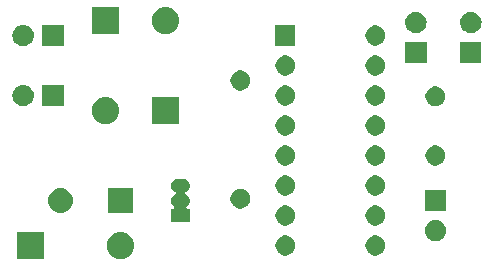
<source format=gbr>
G04 #@! TF.GenerationSoftware,KiCad,Pcbnew,6.0.0-rc1-unknown-7c960aa~66~ubuntu18.04.1*
G04 #@! TF.CreationDate,2018-10-18T20:47:30-04:00*
G04 #@! TF.ProjectId,Tach Circuit,5461636820436972637569742E6B6963,rev?*
G04 #@! TF.SameCoordinates,Original*
G04 #@! TF.FileFunction,Soldermask,Bot*
G04 #@! TF.FilePolarity,Negative*
%FSLAX46Y46*%
G04 Gerber Fmt 4.6, Leading zero omitted, Abs format (unit mm)*
G04 Created by KiCad (PCBNEW 6.0.0-rc1-unknown-7c960aa~66~ubuntu18.04.1) date Thu 18 Oct 2018 08:47:30 PM EDT*
%MOMM*%
%LPD*%
G01*
G04 APERTURE LIST*
%ADD10C,0.100000*%
G04 APERTURE END LIST*
D10*
G36*
X134744180Y86234338D02*
X134845635Y86224346D01*
X135062600Y86158530D01*
X135062602Y86158529D01*
X135062605Y86158528D01*
X135262556Y86051653D01*
X135437818Y85907818D01*
X135581653Y85732556D01*
X135688528Y85532605D01*
X135688529Y85532602D01*
X135688530Y85532600D01*
X135754346Y85315635D01*
X135776569Y85090000D01*
X135754346Y84864365D01*
X135747492Y84841772D01*
X135688528Y84647395D01*
X135581653Y84447444D01*
X135437818Y84272182D01*
X135262556Y84128347D01*
X135062605Y84021472D01*
X135062602Y84021471D01*
X135062600Y84021470D01*
X134845635Y83955654D01*
X134744180Y83945662D01*
X134676545Y83939000D01*
X134563455Y83939000D01*
X134495820Y83945662D01*
X134394365Y83955654D01*
X134177400Y84021470D01*
X134177398Y84021471D01*
X134177395Y84021472D01*
X133977444Y84128347D01*
X133802182Y84272182D01*
X133658347Y84447444D01*
X133551472Y84647395D01*
X133492508Y84841772D01*
X133485654Y84864365D01*
X133463431Y85090000D01*
X133485654Y85315635D01*
X133551470Y85532600D01*
X133551471Y85532602D01*
X133551472Y85532605D01*
X133658347Y85732556D01*
X133802182Y85907818D01*
X133977444Y86051653D01*
X134177395Y86158528D01*
X134177398Y86158529D01*
X134177400Y86158530D01*
X134394365Y86224346D01*
X134495820Y86234338D01*
X134563455Y86241000D01*
X134676545Y86241000D01*
X134744180Y86234338D01*
X134744180Y86234338D01*
G37*
G36*
X128151000Y83939000D02*
X125849000Y83939000D01*
X125849000Y86241000D01*
X128151000Y86241000D01*
X128151000Y83939000D01*
X128151000Y83939000D01*
G37*
G36*
X156458228Y85908297D02*
X156613100Y85844147D01*
X156752481Y85751015D01*
X156871015Y85632481D01*
X156964147Y85493100D01*
X157028297Y85338228D01*
X157061000Y85173816D01*
X157061000Y85006184D01*
X157028297Y84841772D01*
X156964147Y84686900D01*
X156871015Y84547519D01*
X156752481Y84428985D01*
X156613100Y84335853D01*
X156458228Y84271703D01*
X156293816Y84239000D01*
X156126184Y84239000D01*
X155961772Y84271703D01*
X155806900Y84335853D01*
X155667519Y84428985D01*
X155548985Y84547519D01*
X155455853Y84686900D01*
X155391703Y84841772D01*
X155359000Y85006184D01*
X155359000Y85173816D01*
X155391703Y85338228D01*
X155455853Y85493100D01*
X155548985Y85632481D01*
X155667519Y85751015D01*
X155806900Y85844147D01*
X155961772Y85908297D01*
X156126184Y85941000D01*
X156293816Y85941000D01*
X156458228Y85908297D01*
X156458228Y85908297D01*
G37*
G36*
X148838228Y85908297D02*
X148993100Y85844147D01*
X149132481Y85751015D01*
X149251015Y85632481D01*
X149344147Y85493100D01*
X149408297Y85338228D01*
X149441000Y85173816D01*
X149441000Y85006184D01*
X149408297Y84841772D01*
X149344147Y84686900D01*
X149251015Y84547519D01*
X149132481Y84428985D01*
X148993100Y84335853D01*
X148838228Y84271703D01*
X148673816Y84239000D01*
X148506184Y84239000D01*
X148341772Y84271703D01*
X148186900Y84335853D01*
X148047519Y84428985D01*
X147928985Y84547519D01*
X147835853Y84686900D01*
X147771703Y84841772D01*
X147739000Y85006184D01*
X147739000Y85173816D01*
X147771703Y85338228D01*
X147835853Y85493100D01*
X147928985Y85632481D01*
X148047519Y85751015D01*
X148186900Y85844147D01*
X148341772Y85908297D01*
X148506184Y85941000D01*
X148673816Y85941000D01*
X148838228Y85908297D01*
X148838228Y85908297D01*
G37*
G36*
X161400442Y87254482D02*
X161466627Y87247963D01*
X161579853Y87213616D01*
X161636467Y87196443D01*
X161775087Y87122348D01*
X161792991Y87112778D01*
X161823769Y87087519D01*
X161930186Y87000186D01*
X162013448Y86898729D01*
X162042778Y86862991D01*
X162042779Y86862989D01*
X162126443Y86706467D01*
X162126443Y86706466D01*
X162177963Y86536627D01*
X162195359Y86360000D01*
X162177963Y86183373D01*
X162170426Y86158528D01*
X162126443Y86013533D01*
X162070192Y85908297D01*
X162042778Y85857009D01*
X162013448Y85821271D01*
X161930186Y85719814D01*
X161828729Y85636552D01*
X161792991Y85607222D01*
X161792989Y85607221D01*
X161636467Y85523557D01*
X161579853Y85506384D01*
X161466627Y85472037D01*
X161400442Y85465518D01*
X161334260Y85459000D01*
X161245740Y85459000D01*
X161179558Y85465518D01*
X161113373Y85472037D01*
X161000147Y85506384D01*
X160943533Y85523557D01*
X160787011Y85607221D01*
X160787009Y85607222D01*
X160751271Y85636552D01*
X160649814Y85719814D01*
X160566552Y85821271D01*
X160537222Y85857009D01*
X160509808Y85908297D01*
X160453557Y86013533D01*
X160409574Y86158528D01*
X160402037Y86183373D01*
X160384641Y86360000D01*
X160402037Y86536627D01*
X160453557Y86706466D01*
X160453557Y86706467D01*
X160537221Y86862989D01*
X160537222Y86862991D01*
X160566552Y86898729D01*
X160649814Y87000186D01*
X160756231Y87087519D01*
X160787009Y87112778D01*
X160804913Y87122348D01*
X160943533Y87196443D01*
X161000147Y87213616D01*
X161113373Y87247963D01*
X161179558Y87254482D01*
X161245740Y87261000D01*
X161334260Y87261000D01*
X161400442Y87254482D01*
X161400442Y87254482D01*
G37*
G36*
X156458228Y88448297D02*
X156613100Y88384147D01*
X156752481Y88291015D01*
X156871015Y88172481D01*
X156964147Y88033100D01*
X157028297Y87878228D01*
X157061000Y87713816D01*
X157061000Y87546184D01*
X157028297Y87381772D01*
X156964147Y87226900D01*
X156871015Y87087519D01*
X156752481Y86968985D01*
X156613100Y86875853D01*
X156458228Y86811703D01*
X156293816Y86779000D01*
X156126184Y86779000D01*
X155961772Y86811703D01*
X155806900Y86875853D01*
X155667519Y86968985D01*
X155548985Y87087519D01*
X155455853Y87226900D01*
X155391703Y87381772D01*
X155359000Y87546184D01*
X155359000Y87713816D01*
X155391703Y87878228D01*
X155455853Y88033100D01*
X155548985Y88172481D01*
X155667519Y88291015D01*
X155806900Y88384147D01*
X155961772Y88448297D01*
X156126184Y88481000D01*
X156293816Y88481000D01*
X156458228Y88448297D01*
X156458228Y88448297D01*
G37*
G36*
X148838228Y88448297D02*
X148993100Y88384147D01*
X149132481Y88291015D01*
X149251015Y88172481D01*
X149344147Y88033100D01*
X149408297Y87878228D01*
X149441000Y87713816D01*
X149441000Y87546184D01*
X149408297Y87381772D01*
X149344147Y87226900D01*
X149251015Y87087519D01*
X149132481Y86968985D01*
X148993100Y86875853D01*
X148838228Y86811703D01*
X148673816Y86779000D01*
X148506184Y86779000D01*
X148341772Y86811703D01*
X148186900Y86875853D01*
X148047519Y86968985D01*
X147928985Y87087519D01*
X147835853Y87226900D01*
X147771703Y87381772D01*
X147739000Y87546184D01*
X147739000Y87713816D01*
X147771703Y87878228D01*
X147835853Y88033100D01*
X147928985Y88172481D01*
X148047519Y88291015D01*
X148186900Y88384147D01*
X148341772Y88448297D01*
X148506184Y88481000D01*
X148673816Y88481000D01*
X148838228Y88448297D01*
X148838228Y88448297D01*
G37*
G36*
X140037916Y90737666D02*
X140146492Y90704729D01*
X140246557Y90651244D01*
X140334264Y90579264D01*
X140406244Y90491557D01*
X140459729Y90391492D01*
X140492666Y90282916D01*
X140503787Y90170000D01*
X140492666Y90057084D01*
X140459729Y89948508D01*
X140420810Y89875695D01*
X140406244Y89848443D01*
X140334264Y89760736D01*
X140246557Y89688756D01*
X140165143Y89645240D01*
X140144768Y89631627D01*
X140127441Y89614299D01*
X140113827Y89593925D01*
X140104450Y89571286D01*
X140099669Y89547253D01*
X140099669Y89522748D01*
X140104449Y89498715D01*
X140113827Y89476076D01*
X140127440Y89455701D01*
X140144768Y89438374D01*
X140165143Y89424760D01*
X140246557Y89381244D01*
X140334264Y89309264D01*
X140406244Y89221557D01*
X140459729Y89121492D01*
X140492666Y89012916D01*
X140503787Y88900000D01*
X140492666Y88787084D01*
X140459729Y88678508D01*
X140459726Y88678503D01*
X140406244Y88578443D01*
X140334264Y88490736D01*
X140257365Y88427626D01*
X140240038Y88410299D01*
X140226424Y88389924D01*
X140217046Y88367285D01*
X140212266Y88343252D01*
X140212266Y88318748D01*
X140217047Y88294714D01*
X140226424Y88272075D01*
X140240038Y88251701D01*
X140257365Y88234374D01*
X140277740Y88220760D01*
X140300379Y88211382D01*
X140336664Y88206000D01*
X140501000Y88206000D01*
X140501000Y87054000D01*
X138899000Y87054000D01*
X138899000Y88206000D01*
X139063336Y88206000D01*
X139087722Y88208402D01*
X139111171Y88215515D01*
X139132782Y88227066D01*
X139151724Y88242612D01*
X139167270Y88261554D01*
X139178821Y88283165D01*
X139185934Y88306614D01*
X139188336Y88331000D01*
X139185934Y88355386D01*
X139178821Y88378835D01*
X139167270Y88400446D01*
X139142635Y88427626D01*
X139065736Y88490736D01*
X138993756Y88578443D01*
X138940274Y88678503D01*
X138940271Y88678508D01*
X138907334Y88787084D01*
X138896213Y88900000D01*
X138907334Y89012916D01*
X138940271Y89121492D01*
X138993756Y89221557D01*
X139065736Y89309264D01*
X139153443Y89381244D01*
X139234857Y89424760D01*
X139255232Y89438373D01*
X139272559Y89455701D01*
X139286173Y89476075D01*
X139295550Y89498714D01*
X139300331Y89522747D01*
X139300331Y89547252D01*
X139295551Y89571285D01*
X139286173Y89593924D01*
X139272560Y89614299D01*
X139255232Y89631626D01*
X139234857Y89645240D01*
X139153443Y89688756D01*
X139065736Y89760736D01*
X138993756Y89848443D01*
X138979190Y89875695D01*
X138940271Y89948508D01*
X138907334Y90057084D01*
X138896213Y90170000D01*
X138907334Y90282916D01*
X138940271Y90391492D01*
X138993756Y90491557D01*
X139065736Y90579264D01*
X139153443Y90651244D01*
X139253508Y90704729D01*
X139362084Y90737666D01*
X139446702Y90746000D01*
X139953298Y90746000D01*
X140037916Y90737666D01*
X140037916Y90737666D01*
G37*
G36*
X129616932Y89948508D02*
X129746032Y89935793D01*
X129944146Y89875695D01*
X130126729Y89778103D01*
X130286765Y89646765D01*
X130418103Y89486729D01*
X130515695Y89304146D01*
X130575793Y89106032D01*
X130596085Y88900000D01*
X130575793Y88693968D01*
X130515695Y88495854D01*
X130418103Y88313271D01*
X130286765Y88153235D01*
X130126729Y88021897D01*
X129944146Y87924305D01*
X129746032Y87864207D01*
X129622510Y87852041D01*
X129591631Y87849000D01*
X129488369Y87849000D01*
X129457490Y87852041D01*
X129333968Y87864207D01*
X129135854Y87924305D01*
X128953271Y88021897D01*
X128793235Y88153235D01*
X128661897Y88313271D01*
X128564305Y88495854D01*
X128504207Y88693968D01*
X128483915Y88900000D01*
X128504207Y89106032D01*
X128564305Y89304146D01*
X128661897Y89486729D01*
X128793235Y89646765D01*
X128953271Y89778103D01*
X129135854Y89875695D01*
X129333968Y89935793D01*
X129463068Y89948508D01*
X129488369Y89951000D01*
X129591631Y89951000D01*
X129616932Y89948508D01*
X129616932Y89948508D01*
G37*
G36*
X135671000Y87849000D02*
X133569000Y87849000D01*
X133569000Y89951000D01*
X135671000Y89951000D01*
X135671000Y87849000D01*
X135671000Y87849000D01*
G37*
G36*
X162191000Y87999000D02*
X160389000Y87999000D01*
X160389000Y89801000D01*
X162191000Y89801000D01*
X162191000Y87999000D01*
X162191000Y87999000D01*
G37*
G36*
X145028228Y89878297D02*
X145183100Y89814147D01*
X145322481Y89721015D01*
X145441015Y89602481D01*
X145534147Y89463100D01*
X145598297Y89308228D01*
X145631000Y89143816D01*
X145631000Y88976184D01*
X145598297Y88811772D01*
X145534147Y88656900D01*
X145441015Y88517519D01*
X145322481Y88398985D01*
X145183100Y88305853D01*
X145028228Y88241703D01*
X144863816Y88209000D01*
X144696184Y88209000D01*
X144531772Y88241703D01*
X144376900Y88305853D01*
X144237519Y88398985D01*
X144118985Y88517519D01*
X144025853Y88656900D01*
X143961703Y88811772D01*
X143929000Y88976184D01*
X143929000Y89143816D01*
X143961703Y89308228D01*
X144025853Y89463100D01*
X144118985Y89602481D01*
X144237519Y89721015D01*
X144376900Y89814147D01*
X144531772Y89878297D01*
X144696184Y89911000D01*
X144863816Y89911000D01*
X145028228Y89878297D01*
X145028228Y89878297D01*
G37*
G36*
X156458228Y90988297D02*
X156613100Y90924147D01*
X156752481Y90831015D01*
X156871015Y90712481D01*
X156964147Y90573100D01*
X157028297Y90418228D01*
X157061000Y90253816D01*
X157061000Y90086184D01*
X157028297Y89921772D01*
X156964147Y89766900D01*
X156871015Y89627519D01*
X156752481Y89508985D01*
X156613100Y89415853D01*
X156458228Y89351703D01*
X156293816Y89319000D01*
X156126184Y89319000D01*
X155961772Y89351703D01*
X155806900Y89415853D01*
X155667519Y89508985D01*
X155548985Y89627519D01*
X155455853Y89766900D01*
X155391703Y89921772D01*
X155359000Y90086184D01*
X155359000Y90253816D01*
X155391703Y90418228D01*
X155455853Y90573100D01*
X155548985Y90712481D01*
X155667519Y90831015D01*
X155806900Y90924147D01*
X155961772Y90988297D01*
X156126184Y91021000D01*
X156293816Y91021000D01*
X156458228Y90988297D01*
X156458228Y90988297D01*
G37*
G36*
X148838228Y90988297D02*
X148993100Y90924147D01*
X149132481Y90831015D01*
X149251015Y90712481D01*
X149344147Y90573100D01*
X149408297Y90418228D01*
X149441000Y90253816D01*
X149441000Y90086184D01*
X149408297Y89921772D01*
X149344147Y89766900D01*
X149251015Y89627519D01*
X149132481Y89508985D01*
X148993100Y89415853D01*
X148838228Y89351703D01*
X148673816Y89319000D01*
X148506184Y89319000D01*
X148341772Y89351703D01*
X148186900Y89415853D01*
X148047519Y89508985D01*
X147928985Y89627519D01*
X147835853Y89766900D01*
X147771703Y89921772D01*
X147739000Y90086184D01*
X147739000Y90253816D01*
X147771703Y90418228D01*
X147835853Y90573100D01*
X147928985Y90712481D01*
X148047519Y90831015D01*
X148186900Y90924147D01*
X148341772Y90988297D01*
X148506184Y91021000D01*
X148673816Y91021000D01*
X148838228Y90988297D01*
X148838228Y90988297D01*
G37*
G36*
X148838228Y93528297D02*
X148993100Y93464147D01*
X149132481Y93371015D01*
X149251015Y93252481D01*
X149344147Y93113100D01*
X149408297Y92958228D01*
X149441000Y92793816D01*
X149441000Y92626184D01*
X149408297Y92461772D01*
X149344147Y92306900D01*
X149251015Y92167519D01*
X149132481Y92048985D01*
X148993100Y91955853D01*
X148838228Y91891703D01*
X148673816Y91859000D01*
X148506184Y91859000D01*
X148341772Y91891703D01*
X148186900Y91955853D01*
X148047519Y92048985D01*
X147928985Y92167519D01*
X147835853Y92306900D01*
X147771703Y92461772D01*
X147739000Y92626184D01*
X147739000Y92793816D01*
X147771703Y92958228D01*
X147835853Y93113100D01*
X147928985Y93252481D01*
X148047519Y93371015D01*
X148186900Y93464147D01*
X148341772Y93528297D01*
X148506184Y93561000D01*
X148673816Y93561000D01*
X148838228Y93528297D01*
X148838228Y93528297D01*
G37*
G36*
X161538228Y93528297D02*
X161693100Y93464147D01*
X161832481Y93371015D01*
X161951015Y93252481D01*
X162044147Y93113100D01*
X162108297Y92958228D01*
X162141000Y92793816D01*
X162141000Y92626184D01*
X162108297Y92461772D01*
X162044147Y92306900D01*
X161951015Y92167519D01*
X161832481Y92048985D01*
X161693100Y91955853D01*
X161538228Y91891703D01*
X161373816Y91859000D01*
X161206184Y91859000D01*
X161041772Y91891703D01*
X160886900Y91955853D01*
X160747519Y92048985D01*
X160628985Y92167519D01*
X160535853Y92306900D01*
X160471703Y92461772D01*
X160439000Y92626184D01*
X160439000Y92793816D01*
X160471703Y92958228D01*
X160535853Y93113100D01*
X160628985Y93252481D01*
X160747519Y93371015D01*
X160886900Y93464147D01*
X161041772Y93528297D01*
X161206184Y93561000D01*
X161373816Y93561000D01*
X161538228Y93528297D01*
X161538228Y93528297D01*
G37*
G36*
X156458228Y93528297D02*
X156613100Y93464147D01*
X156752481Y93371015D01*
X156871015Y93252481D01*
X156964147Y93113100D01*
X157028297Y92958228D01*
X157061000Y92793816D01*
X157061000Y92626184D01*
X157028297Y92461772D01*
X156964147Y92306900D01*
X156871015Y92167519D01*
X156752481Y92048985D01*
X156613100Y91955853D01*
X156458228Y91891703D01*
X156293816Y91859000D01*
X156126184Y91859000D01*
X155961772Y91891703D01*
X155806900Y91955853D01*
X155667519Y92048985D01*
X155548985Y92167519D01*
X155455853Y92306900D01*
X155391703Y92461772D01*
X155359000Y92626184D01*
X155359000Y92793816D01*
X155391703Y92958228D01*
X155455853Y93113100D01*
X155548985Y93252481D01*
X155667519Y93371015D01*
X155806900Y93464147D01*
X155961772Y93528297D01*
X156126184Y93561000D01*
X156293816Y93561000D01*
X156458228Y93528297D01*
X156458228Y93528297D01*
G37*
G36*
X148838228Y96068297D02*
X148993100Y96004147D01*
X149132481Y95911015D01*
X149251015Y95792481D01*
X149344147Y95653100D01*
X149408297Y95498228D01*
X149441000Y95333816D01*
X149441000Y95166184D01*
X149408297Y95001772D01*
X149344147Y94846900D01*
X149251015Y94707519D01*
X149132481Y94588985D01*
X148993100Y94495853D01*
X148838228Y94431703D01*
X148673816Y94399000D01*
X148506184Y94399000D01*
X148341772Y94431703D01*
X148186900Y94495853D01*
X148047519Y94588985D01*
X147928985Y94707519D01*
X147835853Y94846900D01*
X147771703Y95001772D01*
X147739000Y95166184D01*
X147739000Y95333816D01*
X147771703Y95498228D01*
X147835853Y95653100D01*
X147928985Y95792481D01*
X148047519Y95911015D01*
X148186900Y96004147D01*
X148341772Y96068297D01*
X148506184Y96101000D01*
X148673816Y96101000D01*
X148838228Y96068297D01*
X148838228Y96068297D01*
G37*
G36*
X156458228Y96068297D02*
X156613100Y96004147D01*
X156752481Y95911015D01*
X156871015Y95792481D01*
X156964147Y95653100D01*
X157028297Y95498228D01*
X157061000Y95333816D01*
X157061000Y95166184D01*
X157028297Y95001772D01*
X156964147Y94846900D01*
X156871015Y94707519D01*
X156752481Y94588985D01*
X156613100Y94495853D01*
X156458228Y94431703D01*
X156293816Y94399000D01*
X156126184Y94399000D01*
X155961772Y94431703D01*
X155806900Y94495853D01*
X155667519Y94588985D01*
X155548985Y94707519D01*
X155455853Y94846900D01*
X155391703Y95001772D01*
X155359000Y95166184D01*
X155359000Y95333816D01*
X155391703Y95498228D01*
X155455853Y95653100D01*
X155548985Y95792481D01*
X155667519Y95911015D01*
X155806900Y96004147D01*
X155961772Y96068297D01*
X156126184Y96101000D01*
X156293816Y96101000D01*
X156458228Y96068297D01*
X156458228Y96068297D01*
G37*
G36*
X139581000Y95369000D02*
X137279000Y95369000D01*
X137279000Y97671000D01*
X139581000Y97671000D01*
X139581000Y95369000D01*
X139581000Y95369000D01*
G37*
G36*
X133474180Y97664338D02*
X133575635Y97654346D01*
X133792600Y97588530D01*
X133792602Y97588529D01*
X133792605Y97588528D01*
X133992556Y97481653D01*
X134167818Y97337818D01*
X134311653Y97162556D01*
X134418528Y96962605D01*
X134418529Y96962602D01*
X134418530Y96962600D01*
X134484346Y96745635D01*
X134506569Y96520000D01*
X134484346Y96294365D01*
X134418530Y96077400D01*
X134418528Y96077395D01*
X134311653Y95877444D01*
X134167818Y95702182D01*
X133992556Y95558347D01*
X133792605Y95451472D01*
X133792602Y95451471D01*
X133792600Y95451470D01*
X133575635Y95385654D01*
X133474180Y95375662D01*
X133406545Y95369000D01*
X133293455Y95369000D01*
X133225820Y95375662D01*
X133124365Y95385654D01*
X132907400Y95451470D01*
X132907398Y95451471D01*
X132907395Y95451472D01*
X132707444Y95558347D01*
X132532182Y95702182D01*
X132388347Y95877444D01*
X132281472Y96077395D01*
X132281470Y96077400D01*
X132215654Y96294365D01*
X132193431Y96520000D01*
X132215654Y96745635D01*
X132281470Y96962600D01*
X132281471Y96962602D01*
X132281472Y96962605D01*
X132388347Y97162556D01*
X132532182Y97337818D01*
X132707444Y97481653D01*
X132907395Y97588528D01*
X132907398Y97588529D01*
X132907400Y97588530D01*
X133124365Y97654346D01*
X133225820Y97664338D01*
X133293455Y97671000D01*
X133406545Y97671000D01*
X133474180Y97664338D01*
X133474180Y97664338D01*
G37*
G36*
X161538228Y98528297D02*
X161693100Y98464147D01*
X161832481Y98371015D01*
X161951015Y98252481D01*
X162044147Y98113100D01*
X162108297Y97958228D01*
X162141000Y97793816D01*
X162141000Y97626184D01*
X162108297Y97461772D01*
X162044147Y97306900D01*
X161951015Y97167519D01*
X161832481Y97048985D01*
X161693100Y96955853D01*
X161538228Y96891703D01*
X161373816Y96859000D01*
X161206184Y96859000D01*
X161041772Y96891703D01*
X160886900Y96955853D01*
X160747519Y97048985D01*
X160628985Y97167519D01*
X160535853Y97306900D01*
X160471703Y97461772D01*
X160439000Y97626184D01*
X160439000Y97793816D01*
X160471703Y97958228D01*
X160535853Y98113100D01*
X160628985Y98252481D01*
X160747519Y98371015D01*
X160886900Y98464147D01*
X161041772Y98528297D01*
X161206184Y98561000D01*
X161373816Y98561000D01*
X161538228Y98528297D01*
X161538228Y98528297D01*
G37*
G36*
X126485503Y98684482D02*
X126551688Y98677963D01*
X126664914Y98643616D01*
X126721528Y98626443D01*
X126843961Y98561000D01*
X126878052Y98542778D01*
X126895697Y98528297D01*
X127015247Y98430186D01*
X127063807Y98371014D01*
X127127839Y98292991D01*
X127127840Y98292989D01*
X127211504Y98136467D01*
X127211504Y98136466D01*
X127263024Y97966627D01*
X127280420Y97790000D01*
X127263024Y97613373D01*
X127255487Y97588528D01*
X127211504Y97443533D01*
X127154997Y97337818D01*
X127127839Y97287009D01*
X127098509Y97251271D01*
X127015247Y97149814D01*
X126913790Y97066552D01*
X126878052Y97037222D01*
X126878050Y97037221D01*
X126721528Y96953557D01*
X126673539Y96939000D01*
X126551688Y96902037D01*
X126485503Y96895518D01*
X126419321Y96889000D01*
X126330801Y96889000D01*
X126264619Y96895518D01*
X126198434Y96902037D01*
X126076583Y96939000D01*
X126028594Y96953557D01*
X125872072Y97037221D01*
X125872070Y97037222D01*
X125836332Y97066552D01*
X125734875Y97149814D01*
X125651613Y97251271D01*
X125622283Y97287009D01*
X125595125Y97337818D01*
X125538618Y97443533D01*
X125494635Y97588528D01*
X125487098Y97613373D01*
X125469702Y97790000D01*
X125487098Y97966627D01*
X125538618Y98136466D01*
X125538618Y98136467D01*
X125622282Y98292989D01*
X125622283Y98292991D01*
X125686315Y98371014D01*
X125734875Y98430186D01*
X125854425Y98528297D01*
X125872070Y98542778D01*
X125906161Y98561000D01*
X126028594Y98626443D01*
X126085208Y98643616D01*
X126198434Y98677963D01*
X126264619Y98684482D01*
X126330801Y98691000D01*
X126419321Y98691000D01*
X126485503Y98684482D01*
X126485503Y98684482D01*
G37*
G36*
X129816061Y96889000D02*
X128014061Y96889000D01*
X128014061Y98691000D01*
X129816061Y98691000D01*
X129816061Y96889000D01*
X129816061Y96889000D01*
G37*
G36*
X156458228Y98608297D02*
X156613100Y98544147D01*
X156752481Y98451015D01*
X156871015Y98332481D01*
X156964147Y98193100D01*
X157028297Y98038228D01*
X157061000Y97873816D01*
X157061000Y97706184D01*
X157028297Y97541772D01*
X156964147Y97386900D01*
X156871015Y97247519D01*
X156752481Y97128985D01*
X156613100Y97035853D01*
X156458228Y96971703D01*
X156293816Y96939000D01*
X156126184Y96939000D01*
X155961772Y96971703D01*
X155806900Y97035853D01*
X155667519Y97128985D01*
X155548985Y97247519D01*
X155455853Y97386900D01*
X155391703Y97541772D01*
X155359000Y97706184D01*
X155359000Y97873816D01*
X155391703Y98038228D01*
X155455853Y98193100D01*
X155548985Y98332481D01*
X155667519Y98451015D01*
X155806900Y98544147D01*
X155961772Y98608297D01*
X156126184Y98641000D01*
X156293816Y98641000D01*
X156458228Y98608297D01*
X156458228Y98608297D01*
G37*
G36*
X148838228Y98608297D02*
X148993100Y98544147D01*
X149132481Y98451015D01*
X149251015Y98332481D01*
X149344147Y98193100D01*
X149408297Y98038228D01*
X149441000Y97873816D01*
X149441000Y97706184D01*
X149408297Y97541772D01*
X149344147Y97386900D01*
X149251015Y97247519D01*
X149132481Y97128985D01*
X148993100Y97035853D01*
X148838228Y96971703D01*
X148673816Y96939000D01*
X148506184Y96939000D01*
X148341772Y96971703D01*
X148186900Y97035853D01*
X148047519Y97128985D01*
X147928985Y97247519D01*
X147835853Y97386900D01*
X147771703Y97541772D01*
X147739000Y97706184D01*
X147739000Y97873816D01*
X147771703Y98038228D01*
X147835853Y98193100D01*
X147928985Y98332481D01*
X148047519Y98451015D01*
X148186900Y98544147D01*
X148341772Y98608297D01*
X148506184Y98641000D01*
X148673816Y98641000D01*
X148838228Y98608297D01*
X148838228Y98608297D01*
G37*
G36*
X145028228Y99878297D02*
X145183100Y99814147D01*
X145322481Y99721015D01*
X145441015Y99602481D01*
X145534147Y99463100D01*
X145598297Y99308228D01*
X145631000Y99143816D01*
X145631000Y98976184D01*
X145598297Y98811772D01*
X145534147Y98656900D01*
X145441015Y98517519D01*
X145322481Y98398985D01*
X145183100Y98305853D01*
X145028228Y98241703D01*
X144863816Y98209000D01*
X144696184Y98209000D01*
X144531772Y98241703D01*
X144376900Y98305853D01*
X144237519Y98398985D01*
X144118985Y98517519D01*
X144025853Y98656900D01*
X143961703Y98811772D01*
X143929000Y98976184D01*
X143929000Y99143816D01*
X143961703Y99308228D01*
X144025853Y99463100D01*
X144118985Y99602481D01*
X144237519Y99721015D01*
X144376900Y99814147D01*
X144531772Y99878297D01*
X144696184Y99911000D01*
X144863816Y99911000D01*
X145028228Y99878297D01*
X145028228Y99878297D01*
G37*
G36*
X148838228Y101148297D02*
X148993100Y101084147D01*
X149132481Y100991015D01*
X149251015Y100872481D01*
X149344147Y100733100D01*
X149408297Y100578228D01*
X149441000Y100413816D01*
X149441000Y100246184D01*
X149408297Y100081772D01*
X149344147Y99926900D01*
X149251015Y99787519D01*
X149132481Y99668985D01*
X148993100Y99575853D01*
X148838228Y99511703D01*
X148673816Y99479000D01*
X148506184Y99479000D01*
X148341772Y99511703D01*
X148186900Y99575853D01*
X148047519Y99668985D01*
X147928985Y99787519D01*
X147835853Y99926900D01*
X147771703Y100081772D01*
X147739000Y100246184D01*
X147739000Y100413816D01*
X147771703Y100578228D01*
X147835853Y100733100D01*
X147928985Y100872481D01*
X148047519Y100991015D01*
X148186900Y101084147D01*
X148341772Y101148297D01*
X148506184Y101181000D01*
X148673816Y101181000D01*
X148838228Y101148297D01*
X148838228Y101148297D01*
G37*
G36*
X156458228Y101148297D02*
X156613100Y101084147D01*
X156752481Y100991015D01*
X156871015Y100872481D01*
X156964147Y100733100D01*
X157028297Y100578228D01*
X157061000Y100413816D01*
X157061000Y100246184D01*
X157028297Y100081772D01*
X156964147Y99926900D01*
X156871015Y99787519D01*
X156752481Y99668985D01*
X156613100Y99575853D01*
X156458228Y99511703D01*
X156293816Y99479000D01*
X156126184Y99479000D01*
X155961772Y99511703D01*
X155806900Y99575853D01*
X155667519Y99668985D01*
X155548985Y99787519D01*
X155455853Y99926900D01*
X155391703Y100081772D01*
X155359000Y100246184D01*
X155359000Y100413816D01*
X155391703Y100578228D01*
X155455853Y100733100D01*
X155548985Y100872481D01*
X155667519Y100991015D01*
X155806900Y101084147D01*
X155961772Y101148297D01*
X156126184Y101181000D01*
X156293816Y101181000D01*
X156458228Y101148297D01*
X156458228Y101148297D01*
G37*
G36*
X165187385Y100532263D02*
X163385385Y100532263D01*
X163385385Y102334263D01*
X165187385Y102334263D01*
X165187385Y100532263D01*
X165187385Y100532263D01*
G37*
G36*
X160537385Y100532263D02*
X158735385Y100532263D01*
X158735385Y102334263D01*
X160537385Y102334263D01*
X160537385Y100532263D01*
X160537385Y100532263D01*
G37*
G36*
X129816061Y101969000D02*
X128014061Y101969000D01*
X128014061Y103771000D01*
X129816061Y103771000D01*
X129816061Y101969000D01*
X129816061Y101969000D01*
G37*
G36*
X126485504Y103764481D02*
X126551688Y103757963D01*
X126664914Y103723616D01*
X126721528Y103706443D01*
X126860148Y103632348D01*
X126878052Y103622778D01*
X126913790Y103593448D01*
X127015247Y103510186D01*
X127095430Y103412481D01*
X127127839Y103372991D01*
X127127840Y103372989D01*
X127211504Y103216467D01*
X127211504Y103216466D01*
X127263024Y103046627D01*
X127280420Y102870000D01*
X127263024Y102693373D01*
X127241304Y102621772D01*
X127211504Y102523533D01*
X127137409Y102384913D01*
X127127839Y102367009D01*
X127100965Y102334263D01*
X127015247Y102229814D01*
X126913790Y102146552D01*
X126878052Y102117222D01*
X126878050Y102117221D01*
X126721528Y102033557D01*
X126673539Y102019000D01*
X126551688Y101982037D01*
X126485503Y101975518D01*
X126419321Y101969000D01*
X126330801Y101969000D01*
X126264619Y101975518D01*
X126198434Y101982037D01*
X126076583Y102019000D01*
X126028594Y102033557D01*
X125872072Y102117221D01*
X125872070Y102117222D01*
X125836332Y102146552D01*
X125734875Y102229814D01*
X125649157Y102334263D01*
X125622283Y102367009D01*
X125612713Y102384913D01*
X125538618Y102523533D01*
X125508818Y102621772D01*
X125487098Y102693373D01*
X125469702Y102870000D01*
X125487098Y103046627D01*
X125538618Y103216466D01*
X125538618Y103216467D01*
X125622282Y103372989D01*
X125622283Y103372991D01*
X125654692Y103412481D01*
X125734875Y103510186D01*
X125836332Y103593448D01*
X125872070Y103622778D01*
X125889974Y103632348D01*
X126028594Y103706443D01*
X126085208Y103723616D01*
X126198434Y103757963D01*
X126264618Y103764481D01*
X126330801Y103771000D01*
X126419321Y103771000D01*
X126485504Y103764481D01*
X126485504Y103764481D01*
G37*
G36*
X156458228Y103688297D02*
X156613100Y103624147D01*
X156752481Y103531015D01*
X156871015Y103412481D01*
X156964147Y103273100D01*
X157028297Y103118228D01*
X157061000Y102953816D01*
X157061000Y102786184D01*
X157028297Y102621772D01*
X156964147Y102466900D01*
X156871015Y102327519D01*
X156752481Y102208985D01*
X156613100Y102115853D01*
X156458228Y102051703D01*
X156293816Y102019000D01*
X156126184Y102019000D01*
X155961772Y102051703D01*
X155806900Y102115853D01*
X155667519Y102208985D01*
X155548985Y102327519D01*
X155455853Y102466900D01*
X155391703Y102621772D01*
X155359000Y102786184D01*
X155359000Y102953816D01*
X155391703Y103118228D01*
X155455853Y103273100D01*
X155548985Y103412481D01*
X155667519Y103531015D01*
X155806900Y103624147D01*
X155961772Y103688297D01*
X156126184Y103721000D01*
X156293816Y103721000D01*
X156458228Y103688297D01*
X156458228Y103688297D01*
G37*
G36*
X149441000Y102019000D02*
X147739000Y102019000D01*
X147739000Y103721000D01*
X149441000Y103721000D01*
X149441000Y102019000D01*
X149441000Y102019000D01*
G37*
G36*
X134501000Y102989000D02*
X132199000Y102989000D01*
X132199000Y105291000D01*
X134501000Y105291000D01*
X134501000Y102989000D01*
X134501000Y102989000D01*
G37*
G36*
X138554180Y105284338D02*
X138655635Y105274346D01*
X138872600Y105208530D01*
X138872602Y105208529D01*
X138872605Y105208528D01*
X139072556Y105101653D01*
X139247818Y104957818D01*
X139391653Y104782556D01*
X139498528Y104582605D01*
X139498529Y104582602D01*
X139498530Y104582600D01*
X139564346Y104365635D01*
X139586569Y104140000D01*
X139564346Y103914365D01*
X139501273Y103706443D01*
X139498528Y103697395D01*
X139391653Y103497444D01*
X139247818Y103322182D01*
X139072556Y103178347D01*
X138872605Y103071472D01*
X138872602Y103071471D01*
X138872600Y103071470D01*
X138655635Y103005654D01*
X138554180Y102995662D01*
X138486545Y102989000D01*
X138373455Y102989000D01*
X138305820Y102995662D01*
X138204365Y103005654D01*
X137987400Y103071470D01*
X137987398Y103071471D01*
X137987395Y103071472D01*
X137787444Y103178347D01*
X137612182Y103322182D01*
X137468347Y103497444D01*
X137361472Y103697395D01*
X137358727Y103706443D01*
X137295654Y103914365D01*
X137273431Y104140000D01*
X137295654Y104365635D01*
X137361470Y104582600D01*
X137361471Y104582602D01*
X137361472Y104582605D01*
X137468347Y104782556D01*
X137612182Y104957818D01*
X137787444Y105101653D01*
X137987395Y105208528D01*
X137987398Y105208529D01*
X137987400Y105208530D01*
X138204365Y105274346D01*
X138305820Y105284338D01*
X138373455Y105291000D01*
X138486545Y105291000D01*
X138554180Y105284338D01*
X138554180Y105284338D01*
G37*
G36*
X164396828Y104867744D02*
X164463012Y104861226D01*
X164576238Y104826879D01*
X164632852Y104809706D01*
X164683645Y104782556D01*
X164789376Y104726041D01*
X164825114Y104696711D01*
X164926571Y104613449D01*
X165009833Y104511992D01*
X165039163Y104476254D01*
X165039164Y104476252D01*
X165122828Y104319730D01*
X165122828Y104319729D01*
X165174348Y104149890D01*
X165191744Y103973263D01*
X165174348Y103796636D01*
X165151404Y103721000D01*
X165122828Y103626796D01*
X165120680Y103622778D01*
X165039163Y103470272D01*
X165009833Y103434534D01*
X164926571Y103333077D01*
X164825114Y103249815D01*
X164789376Y103220485D01*
X164789374Y103220484D01*
X164632852Y103136820D01*
X164576238Y103119647D01*
X164463012Y103085300D01*
X164396828Y103078782D01*
X164330645Y103072263D01*
X164242125Y103072263D01*
X164175942Y103078782D01*
X164109758Y103085300D01*
X163996532Y103119647D01*
X163939918Y103136820D01*
X163783396Y103220484D01*
X163783394Y103220485D01*
X163747656Y103249815D01*
X163646199Y103333077D01*
X163562937Y103434534D01*
X163533607Y103470272D01*
X163452090Y103622778D01*
X163449942Y103626796D01*
X163421366Y103721000D01*
X163398422Y103796636D01*
X163381026Y103973263D01*
X163398422Y104149890D01*
X163449942Y104319729D01*
X163449942Y104319730D01*
X163533606Y104476252D01*
X163533607Y104476254D01*
X163562937Y104511992D01*
X163646199Y104613449D01*
X163747656Y104696711D01*
X163783394Y104726041D01*
X163889125Y104782556D01*
X163939918Y104809706D01*
X163996532Y104826879D01*
X164109758Y104861226D01*
X164175942Y104867744D01*
X164242125Y104874263D01*
X164330645Y104874263D01*
X164396828Y104867744D01*
X164396828Y104867744D01*
G37*
G36*
X159746828Y104867744D02*
X159813012Y104861226D01*
X159926238Y104826879D01*
X159982852Y104809706D01*
X160033645Y104782556D01*
X160139376Y104726041D01*
X160175114Y104696711D01*
X160276571Y104613449D01*
X160359833Y104511992D01*
X160389163Y104476254D01*
X160389164Y104476252D01*
X160472828Y104319730D01*
X160472828Y104319729D01*
X160524348Y104149890D01*
X160541744Y103973263D01*
X160524348Y103796636D01*
X160501404Y103721000D01*
X160472828Y103626796D01*
X160470680Y103622778D01*
X160389163Y103470272D01*
X160359833Y103434534D01*
X160276571Y103333077D01*
X160175114Y103249815D01*
X160139376Y103220485D01*
X160139374Y103220484D01*
X159982852Y103136820D01*
X159926238Y103119647D01*
X159813012Y103085300D01*
X159746828Y103078782D01*
X159680645Y103072263D01*
X159592125Y103072263D01*
X159525942Y103078782D01*
X159459758Y103085300D01*
X159346532Y103119647D01*
X159289918Y103136820D01*
X159133396Y103220484D01*
X159133394Y103220485D01*
X159097656Y103249815D01*
X158996199Y103333077D01*
X158912937Y103434534D01*
X158883607Y103470272D01*
X158802090Y103622778D01*
X158799942Y103626796D01*
X158771366Y103721000D01*
X158748422Y103796636D01*
X158731026Y103973263D01*
X158748422Y104149890D01*
X158799942Y104319729D01*
X158799942Y104319730D01*
X158883606Y104476252D01*
X158883607Y104476254D01*
X158912937Y104511992D01*
X158996199Y104613449D01*
X159097656Y104696711D01*
X159133394Y104726041D01*
X159239125Y104782556D01*
X159289918Y104809706D01*
X159346532Y104826879D01*
X159459758Y104861226D01*
X159525942Y104867744D01*
X159592125Y104874263D01*
X159680645Y104874263D01*
X159746828Y104867744D01*
X159746828Y104867744D01*
G37*
M02*

</source>
